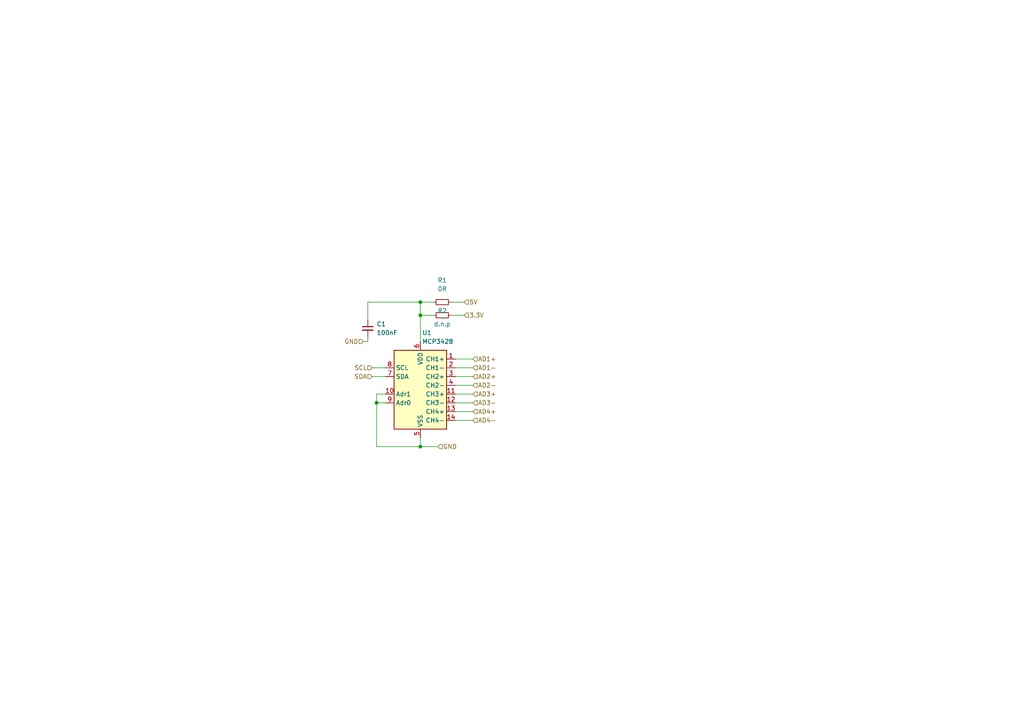
<source format=kicad_sch>
(kicad_sch (version 20211123) (generator eeschema)

  (uuid 021cf161-a04e-430c-aa23-55c6938afa59)

  (paper "A4")

  (lib_symbols
    (symbol "Analog_ADC:MCP3428" (in_bom yes) (on_board yes)
      (property "Reference" "U" (id 0) (at -3.81 11.43 0)
        (effects (font (size 1.27 1.27)) (justify right))
      )
      (property "Value" "MCP3428" (id 1) (at 2.54 11.43 0)
        (effects (font (size 1.27 1.27)) (justify left))
      )
      (property "Footprint" "" (id 2) (at 0 0 0)
        (effects (font (size 1.27 1.27)) hide)
      )
      (property "Datasheet" "http://ww1.microchip.com/downloads/en/DeviceDoc/22226a.pdf" (id 3) (at 0 0 0)
        (effects (font (size 1.27 1.27)) hide)
      )
      (property "ki_keywords" "adc 4ch 16bit i2c" (id 4) (at 0 0 0)
        (effects (font (size 1.27 1.27)) hide)
      )
      (property "ki_description" "16-Bit, Multi-Channel ΔΣ Analog-to-Digital Converter with I2C Interface and On-Board Reference, SOIC-14/TSSOP-14" (id 5) (at 0 0 0)
        (effects (font (size 1.27 1.27)) hide)
      )
      (property "ki_fp_filters" "TSSOP*4.4x5mm*P0.65mm* SOIC*3.9x8.7mm*P1.27mm*" (id 6) (at 0 0 0)
        (effects (font (size 1.27 1.27)) hide)
      )
      (symbol "MCP3428_0_1"
        (rectangle (start -7.62 10.16) (end 7.62 -12.7)
          (stroke (width 0.254) (type default) (color 0 0 0 0))
          (fill (type background))
        )
      )
      (symbol "MCP3428_1_1"
        (pin input line (at -10.16 7.62 0) (length 2.54)
          (name "CH1+" (effects (font (size 1.27 1.27))))
          (number "1" (effects (font (size 1.27 1.27))))
        )
        (pin input line (at 10.16 -2.54 180) (length 2.54)
          (name "Adr1" (effects (font (size 1.27 1.27))))
          (number "10" (effects (font (size 1.27 1.27))))
        )
        (pin input line (at -10.16 -2.54 0) (length 2.54)
          (name "CH3+" (effects (font (size 1.27 1.27))))
          (number "11" (effects (font (size 1.27 1.27))))
        )
        (pin input line (at -10.16 -5.08 0) (length 2.54)
          (name "CH3-" (effects (font (size 1.27 1.27))))
          (number "12" (effects (font (size 1.27 1.27))))
        )
        (pin input line (at -10.16 -7.62 0) (length 2.54)
          (name "CH4+" (effects (font (size 1.27 1.27))))
          (number "13" (effects (font (size 1.27 1.27))))
        )
        (pin input line (at -10.16 -10.16 0) (length 2.54)
          (name "CH4-" (effects (font (size 1.27 1.27))))
          (number "14" (effects (font (size 1.27 1.27))))
        )
        (pin input line (at -10.16 5.08 0) (length 2.54)
          (name "CH1-" (effects (font (size 1.27 1.27))))
          (number "2" (effects (font (size 1.27 1.27))))
        )
        (pin input line (at -10.16 2.54 0) (length 2.54)
          (name "CH2+" (effects (font (size 1.27 1.27))))
          (number "3" (effects (font (size 1.27 1.27))))
        )
        (pin input line (at -10.16 0 0) (length 2.54)
          (name "CH2-" (effects (font (size 1.27 1.27))))
          (number "4" (effects (font (size 1.27 1.27))))
        )
        (pin power_in line (at 0 -15.24 90) (length 2.54)
          (name "VSS" (effects (font (size 1.27 1.27))))
          (number "5" (effects (font (size 1.27 1.27))))
        )
        (pin power_in line (at 0 12.7 270) (length 2.54)
          (name "VDD" (effects (font (size 1.27 1.27))))
          (number "6" (effects (font (size 1.27 1.27))))
        )
        (pin bidirectional line (at 10.16 2.54 180) (length 2.54)
          (name "SDA" (effects (font (size 1.27 1.27))))
          (number "7" (effects (font (size 1.27 1.27))))
        )
        (pin input line (at 10.16 5.08 180) (length 2.54)
          (name "SCL" (effects (font (size 1.27 1.27))))
          (number "8" (effects (font (size 1.27 1.27))))
        )
        (pin input line (at 10.16 -5.08 180) (length 2.54)
          (name "Adr0" (effects (font (size 1.27 1.27))))
          (number "9" (effects (font (size 1.27 1.27))))
        )
      )
    )
    (symbol "Device:C_Small" (pin_numbers hide) (pin_names (offset 0.254) hide) (in_bom yes) (on_board yes)
      (property "Reference" "C" (id 0) (at 0.254 1.778 0)
        (effects (font (size 1.27 1.27)) (justify left))
      )
      (property "Value" "C_Small" (id 1) (at 0.254 -2.032 0)
        (effects (font (size 1.27 1.27)) (justify left))
      )
      (property "Footprint" "" (id 2) (at 0 0 0)
        (effects (font (size 1.27 1.27)) hide)
      )
      (property "Datasheet" "~" (id 3) (at 0 0 0)
        (effects (font (size 1.27 1.27)) hide)
      )
      (property "ki_keywords" "capacitor cap" (id 4) (at 0 0 0)
        (effects (font (size 1.27 1.27)) hide)
      )
      (property "ki_description" "Unpolarized capacitor, small symbol" (id 5) (at 0 0 0)
        (effects (font (size 1.27 1.27)) hide)
      )
      (property "ki_fp_filters" "C_*" (id 6) (at 0 0 0)
        (effects (font (size 1.27 1.27)) hide)
      )
      (symbol "C_Small_0_1"
        (polyline
          (pts
            (xy -1.524 -0.508)
            (xy 1.524 -0.508)
          )
          (stroke (width 0.3302) (type default) (color 0 0 0 0))
          (fill (type none))
        )
        (polyline
          (pts
            (xy -1.524 0.508)
            (xy 1.524 0.508)
          )
          (stroke (width 0.3048) (type default) (color 0 0 0 0))
          (fill (type none))
        )
      )
      (symbol "C_Small_1_1"
        (pin passive line (at 0 2.54 270) (length 2.032)
          (name "~" (effects (font (size 1.27 1.27))))
          (number "1" (effects (font (size 1.27 1.27))))
        )
        (pin passive line (at 0 -2.54 90) (length 2.032)
          (name "~" (effects (font (size 1.27 1.27))))
          (number "2" (effects (font (size 1.27 1.27))))
        )
      )
    )
    (symbol "Device:R_Small" (pin_numbers hide) (pin_names (offset 0.254) hide) (in_bom yes) (on_board yes)
      (property "Reference" "R" (id 0) (at 0.762 0.508 0)
        (effects (font (size 1.27 1.27)) (justify left))
      )
      (property "Value" "R_Small" (id 1) (at 0.762 -1.016 0)
        (effects (font (size 1.27 1.27)) (justify left))
      )
      (property "Footprint" "" (id 2) (at 0 0 0)
        (effects (font (size 1.27 1.27)) hide)
      )
      (property "Datasheet" "~" (id 3) (at 0 0 0)
        (effects (font (size 1.27 1.27)) hide)
      )
      (property "ki_keywords" "R resistor" (id 4) (at 0 0 0)
        (effects (font (size 1.27 1.27)) hide)
      )
      (property "ki_description" "Resistor, small symbol" (id 5) (at 0 0 0)
        (effects (font (size 1.27 1.27)) hide)
      )
      (property "ki_fp_filters" "R_*" (id 6) (at 0 0 0)
        (effects (font (size 1.27 1.27)) hide)
      )
      (symbol "R_Small_0_1"
        (rectangle (start -0.762 1.778) (end 0.762 -1.778)
          (stroke (width 0.2032) (type default) (color 0 0 0 0))
          (fill (type none))
        )
      )
      (symbol "R_Small_1_1"
        (pin passive line (at 0 2.54 270) (length 0.762)
          (name "~" (effects (font (size 1.27 1.27))))
          (number "1" (effects (font (size 1.27 1.27))))
        )
        (pin passive line (at 0 -2.54 90) (length 0.762)
          (name "~" (effects (font (size 1.27 1.27))))
          (number "2" (effects (font (size 1.27 1.27))))
        )
      )
    )
  )

  (junction (at 121.92 129.54) (diameter 0) (color 0 0 0 0)
    (uuid 163c3987-fa41-4a27-b650-0ad78c6cf700)
  )
  (junction (at 121.92 91.44) (diameter 0) (color 0 0 0 0)
    (uuid 27a804ad-92e8-4f59-8e28-b700e6cbea3c)
  )
  (junction (at 109.22 116.84) (diameter 0) (color 0 0 0 0)
    (uuid 548997d2-5e02-430c-9a83-1dc45a6e479e)
  )
  (junction (at 121.92 87.63) (diameter 0) (color 0 0 0 0)
    (uuid 725b78b2-6d28-4c26-961a-f9254bc2abcc)
  )

  (wire (pts (xy 125.73 87.63) (xy 121.92 87.63))
    (stroke (width 0) (type default) (color 0 0 0 0))
    (uuid 0ad98d31-8545-44af-8389-eaae28823c10)
  )
  (wire (pts (xy 107.95 106.68) (xy 111.76 106.68))
    (stroke (width 0) (type default) (color 0 0 0 0))
    (uuid 0ff4b3d5-94ca-4178-b66d-bfc968ccf59b)
  )
  (wire (pts (xy 106.68 92.71) (xy 106.68 87.63))
    (stroke (width 0) (type default) (color 0 0 0 0))
    (uuid 16e9622b-eb48-46b7-9b91-6e792cc2d61b)
  )
  (wire (pts (xy 109.22 116.84) (xy 109.22 129.54))
    (stroke (width 0) (type default) (color 0 0 0 0))
    (uuid 19d42519-a970-4141-b6f1-d211962c87d3)
  )
  (wire (pts (xy 121.92 87.63) (xy 121.92 91.44))
    (stroke (width 0) (type default) (color 0 0 0 0))
    (uuid 1c030497-43aa-428b-82f7-4f2826850670)
  )
  (wire (pts (xy 121.92 129.54) (xy 121.92 127))
    (stroke (width 0) (type default) (color 0 0 0 0))
    (uuid 26d39429-a13c-4f03-bf6a-65732dedef42)
  )
  (wire (pts (xy 130.81 91.44) (xy 134.62 91.44))
    (stroke (width 0) (type default) (color 0 0 0 0))
    (uuid 2839dba7-9050-416b-9e4e-be0aeb7c0116)
  )
  (wire (pts (xy 121.92 91.44) (xy 125.73 91.44))
    (stroke (width 0) (type default) (color 0 0 0 0))
    (uuid 2f821608-f4fb-476b-a1e6-38e15abf4573)
  )
  (wire (pts (xy 132.08 106.68) (xy 137.16 106.68))
    (stroke (width 0) (type default) (color 0 0 0 0))
    (uuid 41973fb4-c6d9-476e-8774-0da6d2d31b8e)
  )
  (wire (pts (xy 132.08 104.14) (xy 137.16 104.14))
    (stroke (width 0) (type default) (color 0 0 0 0))
    (uuid 47d7e998-abcf-4a20-9dc6-e3629776e22c)
  )
  (wire (pts (xy 109.22 114.3) (xy 109.22 116.84))
    (stroke (width 0) (type default) (color 0 0 0 0))
    (uuid 4cfe4491-5bc8-412f-8dfa-5975516ec9e3)
  )
  (wire (pts (xy 111.76 114.3) (xy 109.22 114.3))
    (stroke (width 0) (type default) (color 0 0 0 0))
    (uuid 511cf076-6d92-4e39-8ff1-bfe521760bcd)
  )
  (wire (pts (xy 132.08 119.38) (xy 137.16 119.38))
    (stroke (width 0) (type default) (color 0 0 0 0))
    (uuid 6564438d-74d5-4760-833d-387973ccfab9)
  )
  (wire (pts (xy 132.08 116.84) (xy 137.16 116.84))
    (stroke (width 0) (type default) (color 0 0 0 0))
    (uuid 733adb7e-7cf1-4c82-b728-58125373a7ad)
  )
  (wire (pts (xy 106.68 99.06) (xy 106.68 97.79))
    (stroke (width 0) (type default) (color 0 0 0 0))
    (uuid 736d6d80-d539-4579-ab67-fecc77b5de02)
  )
  (wire (pts (xy 132.08 111.76) (xy 137.16 111.76))
    (stroke (width 0) (type default) (color 0 0 0 0))
    (uuid 7d17f14c-b38c-4b3e-a3ca-9b3cdc464329)
  )
  (wire (pts (xy 132.08 114.3) (xy 137.16 114.3))
    (stroke (width 0) (type default) (color 0 0 0 0))
    (uuid 83275f4a-e598-4003-b7ad-6ae32416b071)
  )
  (wire (pts (xy 107.95 109.22) (xy 111.76 109.22))
    (stroke (width 0) (type default) (color 0 0 0 0))
    (uuid 84f321b9-9f68-427a-8a43-7ffb65f3d177)
  )
  (wire (pts (xy 109.22 116.84) (xy 111.76 116.84))
    (stroke (width 0) (type default) (color 0 0 0 0))
    (uuid a5cf5a99-656d-4de1-8332-2387124f4e84)
  )
  (wire (pts (xy 132.08 121.92) (xy 137.16 121.92))
    (stroke (width 0) (type default) (color 0 0 0 0))
    (uuid a74ff745-894a-4330-85eb-3182df8a6467)
  )
  (wire (pts (xy 127 129.54) (xy 121.92 129.54))
    (stroke (width 0) (type default) (color 0 0 0 0))
    (uuid afa58056-912d-48b4-8166-aded2fddd5e3)
  )
  (wire (pts (xy 130.81 87.63) (xy 134.62 87.63))
    (stroke (width 0) (type default) (color 0 0 0 0))
    (uuid b184818d-797c-481f-b66e-e962fc30457d)
  )
  (wire (pts (xy 109.22 129.54) (xy 121.92 129.54))
    (stroke (width 0) (type default) (color 0 0 0 0))
    (uuid bffd5f3d-f798-41f0-9229-fc44d288c8a5)
  )
  (wire (pts (xy 121.92 91.44) (xy 121.92 99.06))
    (stroke (width 0) (type default) (color 0 0 0 0))
    (uuid d92ceb3f-073b-4a5b-8af6-dfeb86482899)
  )
  (wire (pts (xy 132.08 109.22) (xy 137.16 109.22))
    (stroke (width 0) (type default) (color 0 0 0 0))
    (uuid d9d86250-8fee-4aff-aae4-70b384b1eb51)
  )
  (wire (pts (xy 106.68 87.63) (xy 121.92 87.63))
    (stroke (width 0) (type default) (color 0 0 0 0))
    (uuid dd9fa444-4fb3-4376-9c55-f02ec1f47794)
  )
  (wire (pts (xy 105.41 99.06) (xy 106.68 99.06))
    (stroke (width 0) (type default) (color 0 0 0 0))
    (uuid ed65dec2-598a-4d51-9138-4466f855e2e9)
  )

  (hierarchical_label "5V" (shape input) (at 134.62 87.63 0)
    (effects (font (size 1.27 1.27)) (justify left))
    (uuid 0084dbd9-e058-40b2-9baa-538fd704af85)
  )
  (hierarchical_label "AD4+" (shape input) (at 137.16 119.38 0)
    (effects (font (size 1.27 1.27)) (justify left))
    (uuid 0541f89c-360b-4a96-9cd9-7ad3b4f79d41)
  )
  (hierarchical_label "AD1-" (shape input) (at 137.16 106.68 0)
    (effects (font (size 1.27 1.27)) (justify left))
    (uuid 1f6caf9c-5e3b-4d7c-a5a2-7d12c53a8291)
  )
  (hierarchical_label "GND" (shape input) (at 127 129.54 0)
    (effects (font (size 1.27 1.27)) (justify left))
    (uuid 24d2a097-f1cb-4551-a8ca-51c4bef6ed03)
  )
  (hierarchical_label "AD3+" (shape input) (at 137.16 114.3 0)
    (effects (font (size 1.27 1.27)) (justify left))
    (uuid 3b2db01c-a7d2-47c6-84a9-b58fd5477d61)
  )
  (hierarchical_label "AD3-" (shape input) (at 137.16 116.84 0)
    (effects (font (size 1.27 1.27)) (justify left))
    (uuid 58ad2e3e-5950-4e4c-b137-2dd49925a27d)
  )
  (hierarchical_label "AD4-" (shape input) (at 137.16 121.92 0)
    (effects (font (size 1.27 1.27)) (justify left))
    (uuid 60da901e-5cfe-446d-bc7a-487f8d7b986f)
  )
  (hierarchical_label "AD1+" (shape input) (at 137.16 104.14 0)
    (effects (font (size 1.27 1.27)) (justify left))
    (uuid 6ddd5b77-28d1-4c50-af9a-c85c0dbd7101)
  )
  (hierarchical_label "GND" (shape input) (at 105.41 99.06 180)
    (effects (font (size 1.27 1.27)) (justify right))
    (uuid 7ce8164b-c436-48e9-a48b-e40327f9da1d)
  )
  (hierarchical_label "AD2-" (shape input) (at 137.16 111.76 0)
    (effects (font (size 1.27 1.27)) (justify left))
    (uuid 8c655716-1910-4352-946d-c6f33a9bba94)
  )
  (hierarchical_label "AD2+" (shape input) (at 137.16 109.22 0)
    (effects (font (size 1.27 1.27)) (justify left))
    (uuid a24fa7fd-65e8-4709-b4b5-c949561fba29)
  )
  (hierarchical_label "SDA" (shape input) (at 107.95 109.22 180)
    (effects (font (size 1.27 1.27)) (justify right))
    (uuid bd31773b-b92c-4e0d-8f6d-2fea0babaa60)
  )
  (hierarchical_label "3.3V" (shape input) (at 134.62 91.44 0)
    (effects (font (size 1.27 1.27)) (justify left))
    (uuid eb852a38-fe39-40bd-97c5-44dd1358b9ba)
  )
  (hierarchical_label "SCL" (shape input) (at 107.95 106.68 180)
    (effects (font (size 1.27 1.27)) (justify right))
    (uuid f9f7d4f7-af5a-4ab2-ac6a-2b455bbca24e)
  )

  (symbol (lib_id "Device:R_Small") (at 128.27 87.63 90) (unit 1)
    (in_bom yes) (on_board yes) (fields_autoplaced)
    (uuid 6df6e64b-e006-454c-86f9-486a27cb0344)
    (property "Reference" "R1" (id 0) (at 128.27 81.28 90))
    (property "Value" "0R" (id 1) (at 128.27 83.82 90))
    (property "Footprint" "Resistor_SMD:R_0603_1608Metric" (id 2) (at 128.27 87.63 0)
      (effects (font (size 1.27 1.27)) hide)
    )
    (property "Datasheet" "~" (id 3) (at 128.27 87.63 0)
      (effects (font (size 1.27 1.27)) hide)
    )
    (pin "1" (uuid a5696440-ce84-4322-ac88-7e3dbc2fae57))
    (pin "2" (uuid 66d39bbe-2354-43ce-8ba4-4de457654619))
  )

  (symbol (lib_id "Device:R_Small") (at 128.27 91.44 90) (unit 1)
    (in_bom yes) (on_board yes)
    (uuid 701737c1-642f-4847-9761-1041d65bcc20)
    (property "Reference" "R2" (id 0) (at 128.27 90.17 90))
    (property "Value" "d.n.p" (id 1) (at 128.27 93.98 90))
    (property "Footprint" "Resistor_SMD:R_0603_1608Metric" (id 2) (at 128.27 91.44 0)
      (effects (font (size 1.27 1.27)) hide)
    )
    (property "Datasheet" "~" (id 3) (at 128.27 91.44 0)
      (effects (font (size 1.27 1.27)) hide)
    )
    (pin "1" (uuid 97ed0992-578f-4d53-914a-103b0fd955df))
    (pin "2" (uuid a98f7872-c937-4b45-88bf-86f4f07e41e2))
  )

  (symbol (lib_id "Analog_ADC:MCP3428") (at 121.92 111.76 0) (mirror y) (unit 1)
    (in_bom yes) (on_board yes) (fields_autoplaced)
    (uuid c095f720-db9a-42b2-80a1-6f22257661f3)
    (property "Reference" "U1" (id 0) (at 122.4406 96.52 0)
      (effects (font (size 1.27 1.27)) (justify right))
    )
    (property "Value" "MCP3428" (id 1) (at 122.4406 99.06 0)
      (effects (font (size 1.27 1.27)) (justify right))
    )
    (property "Footprint" "Package_SO:SOIC-14_3.9x8.7mm_P1.27mm" (id 2) (at 121.92 111.76 0)
      (effects (font (size 1.27 1.27)) hide)
    )
    (property "Datasheet" "http://ww1.microchip.com/downloads/en/DeviceDoc/22226a.pdf" (id 3) (at 121.92 111.76 0)
      (effects (font (size 1.27 1.27)) hide)
    )
    (pin "1" (uuid e13f8db6-c2dc-46be-8b00-9d42ebbddf3b))
    (pin "10" (uuid 782d1a09-920d-4064-b95f-00acc3029173))
    (pin "11" (uuid 97af06ae-9ce6-4e9e-851c-62508e96d9e3))
    (pin "12" (uuid ace7d609-5e78-41bf-82ca-72072aeb5f8e))
    (pin "13" (uuid 3e7310dc-9c67-4d4b-a18d-b1e9d5edf437))
    (pin "14" (uuid 3899af62-d436-4110-83f6-df6e99ea6206))
    (pin "2" (uuid 2637b7b3-7b2b-4cf9-b65c-0afdac46fffd))
    (pin "3" (uuid 92bdbedd-138f-488c-9415-e82091fd8a16))
    (pin "4" (uuid b17fb3f6-11bd-427a-ab92-815afcce248e))
    (pin "5" (uuid 5aecb719-693d-4423-ab6c-cad7b519f566))
    (pin "6" (uuid 82159412-1d76-4c5b-8b8c-33644a0462a6))
    (pin "7" (uuid 57a7e56a-4528-45ae-8d86-7367032482da))
    (pin "8" (uuid a9a00def-29b9-4193-80b7-7ef21272054e))
    (pin "9" (uuid 1788c95e-ffec-4e93-a94f-862faca98e6b))
  )

  (symbol (lib_id "Device:C_Small") (at 106.68 95.25 0) (unit 1)
    (in_bom yes) (on_board yes) (fields_autoplaced)
    (uuid ea200e7e-f40d-4f87-8e32-3fc38d11f0ac)
    (property "Reference" "C1" (id 0) (at 109.22 93.9862 0)
      (effects (font (size 1.27 1.27)) (justify left))
    )
    (property "Value" "100nF" (id 1) (at 109.22 96.5262 0)
      (effects (font (size 1.27 1.27)) (justify left))
    )
    (property "Footprint" "Capacitor_SMD:C_0603_1608Metric" (id 2) (at 106.68 95.25 0)
      (effects (font (size 1.27 1.27)) hide)
    )
    (property "Datasheet" "~" (id 3) (at 106.68 95.25 0)
      (effects (font (size 1.27 1.27)) hide)
    )
    (pin "1" (uuid d779e78b-baa6-4ad5-b272-3d21361cdd5f))
    (pin "2" (uuid 22b8642a-5f04-4761-8321-6379954576fa))
  )
)

</source>
